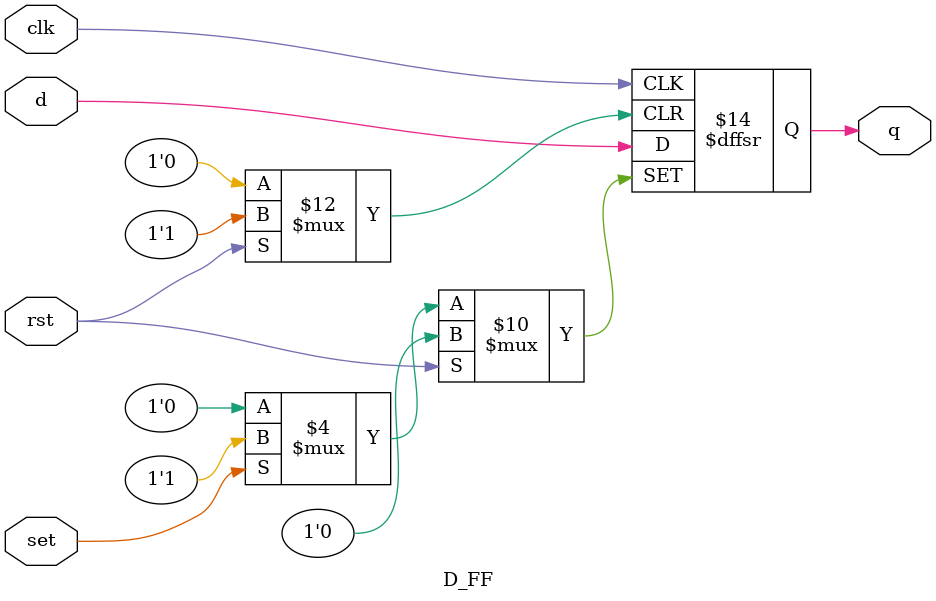
<source format=v>
module D_FF(clk,d,rst,set,q);
  input clk,d,rst,set;
  output reg q;
  always@(posedge clk or posedge  rst or posedge set)
    begin
      if(rst)
        q<=1'b0;
      else if(set)
        q<=1'b1;
      else
        q<=d;
    end
endmodule

</source>
